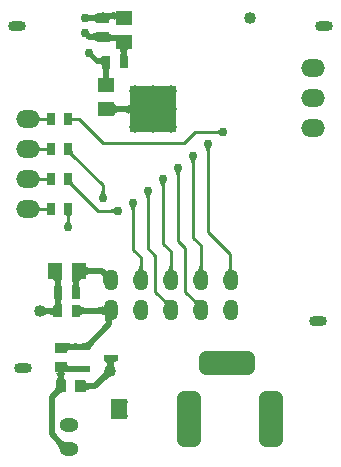
<source format=gbr>
G04*
G04 #@! TF.GenerationSoftware,Altium Limited,Altium Designer,22.4.2 (48)*
G04*
G04 Layer_Physical_Order=4*
G04 Layer_Color=16711680*
%FSLAX44Y44*%
%MOMM*%
G71*
G04*
G04 #@! TF.SameCoordinates,838EBF20-BE27-4DE5-A25A-4BBD7161CD63*
G04*
G04*
G04 #@! TF.FilePolarity,Positive*
G04*
G01*
G75*
%ADD10C,0.2540*%
%ADD16R,4.0000X4.0000*%
%ADD17R,1.0000X0.9500*%
%ADD18R,1.4500X1.7500*%
%ADD20R,0.7500X1.0000*%
%ADD40C,0.5080*%
%ADD41C,0.4572*%
%ADD42C,1.0000*%
%ADD43C,0.5080*%
%ADD44O,1.6000X1.2000*%
%ADD45O,1.2700X1.7780*%
G04:AMPARAMS|DCode=46|XSize=4.7mm|YSize=2mm|CornerRadius=0.5mm|HoleSize=0mm|Usage=FLASHONLY|Rotation=90.000|XOffset=0mm|YOffset=0mm|HoleType=Round|Shape=RoundedRectangle|*
%AMROUNDEDRECTD46*
21,1,4.7000,1.0000,0,0,90.0*
21,1,3.7000,2.0000,0,0,90.0*
1,1,1.0000,0.5000,1.8500*
1,1,1.0000,0.5000,-1.8500*
1,1,1.0000,-0.5000,-1.8500*
1,1,1.0000,-0.5000,1.8500*
%
%ADD46ROUNDEDRECTD46*%
G04:AMPARAMS|DCode=47|XSize=4.7mm|YSize=2mm|CornerRadius=0.5mm|HoleSize=0mm|Usage=FLASHONLY|Rotation=0.000|XOffset=0mm|YOffset=0mm|HoleType=Round|Shape=RoundedRectangle|*
%AMROUNDEDRECTD47*
21,1,4.7000,1.0000,0,0,0.0*
21,1,3.7000,2.0000,0,0,0.0*
1,1,1.0000,1.8500,-0.5000*
1,1,1.0000,-1.8500,-0.5000*
1,1,1.0000,-1.8500,0.5000*
1,1,1.0000,1.8500,0.5000*
%
%ADD47ROUNDEDRECTD47*%
%ADD48O,2.0000X1.5000*%
%ADD49O,1.5000X0.9000*%
%ADD50C,1.0160*%
%ADD51C,0.7620*%
%ADD72R,0.9500X1.0000*%
%ADD73R,1.1500X0.6000*%
%ADD74R,1.1500X1.4500*%
%ADD75R,1.4500X1.1500*%
G36*
X103301Y383650D02*
X103248Y384133D01*
X103094Y384564D01*
X102837Y384945D01*
X102479Y385276D01*
X102019Y385555D01*
X101457Y385784D01*
X100793Y385961D01*
X100480Y386013D01*
X100169Y385961D01*
X99508Y385784D01*
X98949Y385555D01*
X98492Y385276D01*
X98137Y384945D01*
X97883Y384564D01*
X97730Y384133D01*
X97680Y383650D01*
Y391520D01*
X97730Y391472D01*
X97883Y391430D01*
X98137Y391392D01*
X98492Y391360D01*
X99640Y391322D01*
X101442Y391470D01*
X102001Y391582D01*
X102458Y391720D01*
X102813Y391882D01*
X103067Y392070D01*
X103220Y392282D01*
X103271Y392519D01*
X103301Y383650D01*
D02*
G37*
G36*
X80237Y389443D02*
X80327Y389421D01*
X80460Y389402D01*
X80854Y389372D01*
X82161Y389341D01*
X82596Y389340D01*
Y384260D01*
X80191Y384133D01*
Y389467D01*
X80237Y389443D01*
D02*
G37*
G36*
X87740Y382080D02*
X87690Y382495D01*
X87537Y382865D01*
X87283Y383192D01*
X86928Y383475D01*
X86470Y383715D01*
X85912Y383911D01*
X85251Y384064D01*
X84489Y384173D01*
X83626Y384238D01*
X82661Y384260D01*
Y389340D01*
X83626Y389362D01*
X84489Y389427D01*
X85251Y389536D01*
X85912Y389689D01*
X86470Y389885D01*
X86928Y390125D01*
X87283Y390408D01*
X87537Y390735D01*
X87690Y391105D01*
X87740Y391520D01*
Y382080D01*
D02*
G37*
G36*
X97726Y374355D02*
X97866Y373992D01*
X98100Y373672D01*
X98427Y373394D01*
X98848Y373159D01*
X99362Y372967D01*
X99970Y372818D01*
X100671Y372711D01*
X101466Y372647D01*
X102354Y372626D01*
Y367546D01*
X101466Y367531D01*
X99970Y367414D01*
X99362Y367311D01*
X98848Y367179D01*
X98427Y367018D01*
X98100Y366828D01*
X97866Y366608D01*
X97726Y366359D01*
X97680Y366080D01*
Y374761D01*
X97726Y374355D01*
D02*
G37*
G36*
X87740Y366080D02*
X87690Y366534D01*
X87537Y366939D01*
X87283Y367297D01*
X86928Y367607D01*
X86470Y367870D01*
X85912Y368084D01*
X85251Y368251D01*
X84489Y368371D01*
X83626Y368442D01*
X82661Y368466D01*
Y373546D01*
X83626Y373566D01*
X85251Y373724D01*
X85912Y373862D01*
X86470Y374039D01*
X86928Y374257D01*
X87283Y374513D01*
X87537Y374809D01*
X87690Y375145D01*
X87740Y375519D01*
Y366080D01*
D02*
G37*
G36*
X114967Y361060D02*
X114536Y360906D01*
X114155Y360651D01*
X113824Y360293D01*
X113545Y359833D01*
X113316Y359271D01*
X113139Y358607D01*
X113012Y357840D01*
X112984Y357528D01*
X113099Y356048D01*
X113205Y355490D01*
X113335Y355032D01*
X113488Y354677D01*
X113665Y354423D01*
X113865Y354270D01*
X114089Y354220D01*
X106650D01*
X106875Y354270D01*
X107075Y354423D01*
X107252Y354677D01*
X107405Y355032D01*
X107535Y355490D01*
X107641Y356048D01*
X107724Y356709D01*
X107765Y357421D01*
X107728Y357840D01*
X107601Y358607D01*
X107424Y359271D01*
X107195Y359833D01*
X106916Y360293D01*
X106585Y360651D01*
X106204Y360906D01*
X105773Y361060D01*
X105290Y361111D01*
X115450D01*
X114967Y361060D01*
D02*
G37*
G36*
X85105Y356715D02*
X85151Y356576D01*
X85230Y356417D01*
X85340Y356237D01*
X85482Y356036D01*
X85861Y355570D01*
X86367Y355021D01*
X86668Y354715D01*
X83435Y351482D01*
X83129Y351783D01*
X82114Y352668D01*
X81913Y352810D01*
X81733Y352920D01*
X81573Y352999D01*
X81435Y353045D01*
X81318Y353060D01*
X85090Y356832D01*
X85105Y356715D01*
D02*
G37*
G36*
X91681Y346499D02*
X91638Y346857D01*
X91511Y347177D01*
X91300Y347459D01*
X91006Y347704D01*
X90628Y347911D01*
X90166Y348080D01*
X89621Y348212D01*
X88992Y348306D01*
X88279Y348363D01*
X87483Y348381D01*
Y352953D01*
X88275Y352966D01*
X89608Y353067D01*
X90150Y353156D01*
X90609Y353270D01*
X90984Y353409D01*
X91275Y353574D01*
X91484Y353764D01*
X91609Y353979D01*
X91650Y354220D01*
X91681Y346499D01*
D02*
G37*
G36*
X98817Y344235D02*
X98573Y344098D01*
X98358Y343869D01*
X98172Y343549D01*
X98014Y343138D01*
X97885Y342635D01*
X97785Y342040D01*
X97713Y341354D01*
X97659Y339787D01*
X97679Y339017D01*
X97747Y338235D01*
X97862Y337544D01*
X98022Y336946D01*
X98228Y336440D01*
X98479Y336025D01*
X98776Y335703D01*
X99119Y335473D01*
X99508Y335335D01*
X99942Y335289D01*
X90798D01*
X91232Y335335D01*
X91621Y335473D01*
X91964Y335703D01*
X92261Y336025D01*
X92513Y336440D01*
X92718Y336946D01*
X92878Y337544D01*
X92992Y338235D01*
X93061Y339017D01*
X93082Y339821D01*
X93070Y340577D01*
X92955Y342040D01*
X92855Y342635D01*
X92726Y343138D01*
X92568Y343549D01*
X92382Y343869D01*
X92167Y344098D01*
X91923Y344235D01*
X91650Y344281D01*
X99089D01*
X98817Y344235D01*
D02*
G37*
G36*
X130386Y307675D02*
X130259Y307910D01*
X130086Y308121D01*
X129868Y308307D01*
X129603Y308468D01*
X129292Y308605D01*
X128935Y308717D01*
X128532Y308803D01*
X128083Y308865D01*
X127588Y308903D01*
X127500Y308905D01*
X127412Y308903D01*
X126468Y308803D01*
X126065Y308717D01*
X125708Y308605D01*
X125397Y308468D01*
X125132Y308307D01*
X124914Y308121D01*
X124741Y307910D01*
X124614Y307675D01*
X122017Y314175D01*
X122125Y314141D01*
X122283Y314110D01*
X122492Y314083D01*
X123063Y314040D01*
X125384Y313995D01*
X127500Y309811D01*
X129616Y313995D01*
X132983Y314175D01*
X130386Y307675D01*
D02*
G37*
G36*
X115061Y312391D02*
X115380Y312486D01*
X115698Y312610D01*
X115979Y312754D01*
X116223Y312918D01*
X116429Y313100D01*
Y306100D01*
X116223Y306282D01*
X115979Y306446D01*
X115698Y306590D01*
X115380Y306714D01*
X115061Y306809D01*
Y304520D01*
X115010Y305003D01*
X114857Y305434D01*
X114601Y305815D01*
X114243Y306146D01*
X113783Y306425D01*
X113221Y306654D01*
X112557Y306831D01*
X111790Y306958D01*
X110921Y307035D01*
X109951Y307060D01*
Y312140D01*
X110921Y312165D01*
X111790Y312242D01*
X112557Y312369D01*
X113221Y312546D01*
X113783Y312775D01*
X114243Y313054D01*
X114601Y313385D01*
X114857Y313766D01*
X115010Y314197D01*
X115061Y314680D01*
Y312391D01*
D02*
G37*
G36*
X102610Y314197D02*
X102763Y313766D01*
X103019Y313385D01*
X103377Y313054D01*
X103837Y312775D01*
X104399Y312546D01*
X105063Y312369D01*
X105830Y312242D01*
X106699Y312165D01*
X107669Y312140D01*
Y307060D01*
X106699Y307035D01*
X105830Y306958D01*
X105063Y306831D01*
X104399Y306654D01*
X103837Y306425D01*
X103377Y306146D01*
X103019Y305815D01*
X102763Y305434D01*
X102610Y305003D01*
X102559Y304520D01*
Y314680D01*
X102610Y314197D01*
D02*
G37*
G36*
X38535Y303281D02*
X38623Y303067D01*
X38768Y302878D01*
X38972Y302714D01*
X39235Y302575D01*
X39555Y302462D01*
X39934Y302374D01*
X40371Y302310D01*
X40867Y302273D01*
X41421Y302260D01*
Y299720D01*
X40867Y299707D01*
X40371Y299670D01*
X39934Y299606D01*
X39555Y299518D01*
X39235Y299405D01*
X38972Y299266D01*
X38768Y299102D01*
X38623Y298913D01*
X38535Y298699D01*
X38506Y298459D01*
Y303521D01*
X38535Y303281D01*
D02*
G37*
G36*
X67215Y303289D02*
X67292Y303073D01*
X67420Y302882D01*
X67600Y302717D01*
X67832Y302577D01*
X68114Y302463D01*
X68449Y302374D01*
X68834Y302311D01*
X69271Y302273D01*
X69759Y302260D01*
Y299720D01*
X69271Y299707D01*
X68834Y299669D01*
X68449Y299606D01*
X68114Y299517D01*
X67832Y299403D01*
X67600Y299263D01*
X67420Y299098D01*
X67292Y298907D01*
X67215Y298691D01*
X67189Y298450D01*
Y303530D01*
X67215Y303289D01*
D02*
G37*
G36*
X44811Y298450D02*
X44785Y298691D01*
X44708Y298907D01*
X44580Y299098D01*
X44400Y299263D01*
X44168Y299403D01*
X43886Y299517D01*
X43551Y299606D01*
X43166Y299669D01*
X42729Y299707D01*
X42241Y299720D01*
Y302260D01*
X42729Y302273D01*
X43166Y302311D01*
X43551Y302374D01*
X43886Y302463D01*
X44168Y302577D01*
X44400Y302717D01*
X44580Y302882D01*
X44708Y303073D01*
X44785Y303289D01*
X44811Y303530D01*
Y298450D01*
D02*
G37*
G36*
X191779Y287333D02*
X191501Y287598D01*
X191215Y287836D01*
X190920Y288046D01*
X190617Y288227D01*
X190305Y288381D01*
X189985Y288507D01*
X189657Y288604D01*
X189320Y288674D01*
X188975Y288716D01*
X188622Y288730D01*
Y291270D01*
X188975Y291284D01*
X189320Y291326D01*
X189657Y291396D01*
X189985Y291493D01*
X190305Y291619D01*
X190617Y291773D01*
X190920Y291954D01*
X191215Y292164D01*
X191501Y292402D01*
X191779Y292667D01*
Y287333D01*
D02*
G37*
G36*
X184328Y277150D02*
X184053Y276887D01*
X183807Y276615D01*
X183589Y276332D01*
X183401Y276039D01*
X183242Y275735D01*
X183112Y275421D01*
X183010Y275096D01*
X182938Y274762D01*
X182894Y274416D01*
X182880Y274060D01*
X180340Y274195D01*
X180327Y274546D01*
X180286Y274890D01*
X180219Y275228D01*
X180126Y275560D01*
X180005Y275885D01*
X179858Y276204D01*
X179684Y276516D01*
X179483Y276822D01*
X179255Y277122D01*
X179001Y277416D01*
X184328Y277150D01*
D02*
G37*
G36*
X38535Y277882D02*
X38623Y277667D01*
X38768Y277478D01*
X38972Y277314D01*
X39235Y277175D01*
X39555Y277062D01*
X39934Y276973D01*
X40371Y276910D01*
X40867Y276873D01*
X41421Y276860D01*
Y274320D01*
X40867Y274307D01*
X40371Y274270D01*
X39934Y274207D01*
X39555Y274118D01*
X39235Y274005D01*
X38972Y273866D01*
X38768Y273702D01*
X38623Y273513D01*
X38535Y273298D01*
X38506Y273059D01*
Y278121D01*
X38535Y277882D01*
D02*
G37*
G36*
X44811Y273050D02*
X44785Y273291D01*
X44708Y273507D01*
X44580Y273698D01*
X44400Y273863D01*
X44168Y274002D01*
X43886Y274117D01*
X43551Y274206D01*
X43166Y274269D01*
X42729Y274307D01*
X42241Y274320D01*
Y276860D01*
X42729Y276873D01*
X43166Y276911D01*
X43551Y276974D01*
X43886Y277063D01*
X44168Y277178D01*
X44400Y277317D01*
X44580Y277482D01*
X44708Y277673D01*
X44785Y277889D01*
X44811Y278130D01*
Y273050D01*
D02*
G37*
G36*
X67070Y273880D02*
X66993Y273651D01*
X66989Y273385D01*
X67059Y273082D01*
X67202Y272741D01*
X67418Y272363D01*
X67708Y271948D01*
X68070Y271496D01*
X69016Y270479D01*
X67078Y268824D01*
X66563Y269321D01*
X65638Y270103D01*
X65227Y270388D01*
X64850Y270603D01*
X64508Y270747D01*
X64201Y270821D01*
X63928Y270825D01*
X63689Y270758D01*
X63485Y270620D01*
X67220Y274071D01*
X67070Y273880D01*
D02*
G37*
G36*
X171628Y267150D02*
X171353Y266887D01*
X171107Y266615D01*
X170889Y266332D01*
X170701Y266039D01*
X170542Y265735D01*
X170412Y265421D01*
X170310Y265096D01*
X170238Y264761D01*
X170194Y264416D01*
X170180Y264060D01*
X167640Y264195D01*
X167627Y264546D01*
X167586Y264890D01*
X167519Y265228D01*
X167426Y265560D01*
X167305Y265885D01*
X167158Y266204D01*
X166984Y266516D01*
X166783Y266822D01*
X166555Y267122D01*
X166301Y267416D01*
X171628Y267150D01*
D02*
G37*
G36*
X158928Y257150D02*
X158653Y256887D01*
X158407Y256615D01*
X158189Y256332D01*
X158001Y256039D01*
X157842Y255735D01*
X157712Y255421D01*
X157610Y255096D01*
X157538Y254761D01*
X157494Y254416D01*
X157480Y254060D01*
X154940Y254195D01*
X154927Y254546D01*
X154886Y254890D01*
X154819Y255228D01*
X154726Y255560D01*
X154605Y255885D01*
X154458Y256204D01*
X154284Y256516D01*
X154083Y256822D01*
X153855Y257122D01*
X153601Y257416D01*
X158928Y257150D01*
D02*
G37*
G36*
X38535Y252481D02*
X38623Y252267D01*
X38768Y252078D01*
X38972Y251914D01*
X39235Y251775D01*
X39555Y251662D01*
X39934Y251574D01*
X40371Y251510D01*
X40867Y251473D01*
X41421Y251460D01*
Y248920D01*
X40867Y248907D01*
X40371Y248870D01*
X39934Y248806D01*
X39555Y248718D01*
X39235Y248605D01*
X38972Y248466D01*
X38768Y248302D01*
X38623Y248113D01*
X38535Y247899D01*
X38506Y247659D01*
Y252721D01*
X38535Y252481D01*
D02*
G37*
G36*
X44811Y247650D02*
X44785Y247891D01*
X44708Y248107D01*
X44580Y248298D01*
X44400Y248463D01*
X44168Y248603D01*
X43886Y248717D01*
X43551Y248806D01*
X43166Y248869D01*
X42729Y248907D01*
X42241Y248920D01*
Y251460D01*
X42729Y251473D01*
X43166Y251511D01*
X43551Y251574D01*
X43886Y251663D01*
X44168Y251777D01*
X44400Y251917D01*
X44580Y252082D01*
X44708Y252273D01*
X44785Y252489D01*
X44811Y252730D01*
Y247650D01*
D02*
G37*
G36*
X146228Y247150D02*
X145953Y246887D01*
X145707Y246615D01*
X145490Y246332D01*
X145301Y246039D01*
X145142Y245735D01*
X145012Y245421D01*
X144910Y245096D01*
X144838Y244762D01*
X144795Y244416D01*
X144780Y244060D01*
X142240Y244195D01*
X142227Y244546D01*
X142186Y244890D01*
X142120Y245228D01*
X142026Y245560D01*
X141905Y245885D01*
X141758Y246204D01*
X141584Y246516D01*
X141383Y246822D01*
X141155Y247122D01*
X140901Y247416D01*
X146228Y247150D01*
D02*
G37*
G36*
X67076Y248615D02*
X67004Y248382D01*
Y248112D01*
X67076Y247807D01*
X67220Y247465D01*
X67435Y247088D01*
X67722Y246675D01*
X68082Y246226D01*
X69016Y245221D01*
X67220Y243424D01*
X66699Y243927D01*
X65765Y244718D01*
X65352Y245005D01*
X64974Y245221D01*
X64633Y245364D01*
X64328Y245436D01*
X64058D01*
X63825Y245364D01*
X63627Y245221D01*
X67220Y248813D01*
X67076Y248615D01*
D02*
G37*
G36*
X93994Y239925D02*
X94036Y239580D01*
X94106Y239243D01*
X94204Y238915D01*
X94329Y238595D01*
X94483Y238283D01*
X94664Y237980D01*
X94874Y237685D01*
X95112Y237399D01*
X95377Y237121D01*
X90043D01*
X90308Y237399D01*
X90546Y237685D01*
X90756Y237980D01*
X90937Y238283D01*
X91091Y238595D01*
X91216Y238915D01*
X91314Y239243D01*
X91384Y239580D01*
X91426Y239925D01*
X91440Y240278D01*
X93980D01*
X93994Y239925D01*
D02*
G37*
G36*
X133528Y237150D02*
X133253Y236887D01*
X133007Y236615D01*
X132789Y236332D01*
X132601Y236039D01*
X132442Y235735D01*
X132312Y235421D01*
X132210Y235096D01*
X132138Y234762D01*
X132094Y234416D01*
X132080Y234060D01*
X129540Y234195D01*
X129527Y234546D01*
X129486Y234890D01*
X129419Y235228D01*
X129326Y235560D01*
X129205Y235885D01*
X129058Y236204D01*
X128884Y236516D01*
X128683Y236822D01*
X128455Y237122D01*
X128201Y237416D01*
X133528Y237150D01*
D02*
G37*
G36*
X120828Y227150D02*
X120553Y226887D01*
X120307Y226615D01*
X120090Y226332D01*
X119901Y226039D01*
X119742Y225735D01*
X119612Y225421D01*
X119510Y225096D01*
X119438Y224762D01*
X119395Y224416D01*
X119380Y224060D01*
X116840Y224195D01*
X116827Y224546D01*
X116786Y224890D01*
X116720Y225228D01*
X116626Y225560D01*
X116505Y225885D01*
X116358Y226204D01*
X116184Y226516D01*
X115983Y226822D01*
X115755Y227122D01*
X115501Y227416D01*
X120828Y227150D01*
D02*
G37*
G36*
X38535Y227082D02*
X38623Y226867D01*
X38768Y226678D01*
X38972Y226514D01*
X39235Y226375D01*
X39555Y226262D01*
X39934Y226173D01*
X40371Y226110D01*
X40867Y226073D01*
X41421Y226060D01*
Y223520D01*
X40867Y223507D01*
X40371Y223470D01*
X39934Y223407D01*
X39555Y223318D01*
X39235Y223205D01*
X38972Y223066D01*
X38768Y222902D01*
X38623Y222713D01*
X38535Y222498D01*
X38506Y222259D01*
Y227321D01*
X38535Y227082D01*
D02*
G37*
G36*
X44811Y222250D02*
X44785Y222491D01*
X44708Y222707D01*
X44580Y222898D01*
X44400Y223063D01*
X44168Y223202D01*
X43886Y223317D01*
X43551Y223406D01*
X43166Y223469D01*
X42729Y223507D01*
X42241Y223520D01*
Y226060D01*
X42729Y226073D01*
X43166Y226111D01*
X43551Y226174D01*
X43886Y226263D01*
X44168Y226378D01*
X44400Y226517D01*
X44580Y226682D01*
X44708Y226873D01*
X44785Y227089D01*
X44811Y227330D01*
Y222250D01*
D02*
G37*
G36*
X102689Y220853D02*
X102411Y221118D01*
X102125Y221356D01*
X101830Y221565D01*
X101527Y221747D01*
X101215Y221901D01*
X100895Y222027D01*
X100567Y222124D01*
X100230Y222194D01*
X99885Y222236D01*
X99532Y222250D01*
Y224790D01*
X99885Y224804D01*
X100230Y224846D01*
X100567Y224916D01*
X100895Y225014D01*
X101215Y225139D01*
X101527Y225293D01*
X101830Y225474D01*
X102125Y225684D01*
X102411Y225922D01*
X102689Y226187D01*
Y220853D01*
D02*
G37*
G36*
X65799Y219795D02*
X65583Y219719D01*
X65392Y219592D01*
X65227Y219414D01*
X65087Y219186D01*
X64973Y218906D01*
X64884Y218576D01*
X64821Y218195D01*
X64783Y217763D01*
X64770Y217281D01*
X62230D01*
X62217Y217763D01*
X62179Y218195D01*
X62116Y218576D01*
X62027Y218906D01*
X61912Y219186D01*
X61773Y219414D01*
X61608Y219592D01*
X61417Y219719D01*
X61201Y219795D01*
X60960Y219820D01*
X66040D01*
X65799Y219795D01*
D02*
G37*
G36*
X64784Y215075D02*
X64826Y214730D01*
X64896Y214393D01*
X64994Y214065D01*
X65119Y213745D01*
X65273Y213433D01*
X65455Y213130D01*
X65664Y212835D01*
X65902Y212549D01*
X66167Y212271D01*
X60833D01*
X61098Y212549D01*
X61336Y212835D01*
X61546Y213130D01*
X61727Y213433D01*
X61881Y213745D01*
X62007Y214065D01*
X62104Y214393D01*
X62174Y214730D01*
X62216Y215075D01*
X62230Y215428D01*
X64770D01*
X64784Y215075D01*
D02*
G37*
G36*
X125883Y175833D02*
X125983Y174880D01*
X126071Y174493D01*
X126184Y174165D01*
X126322Y173897D01*
X126485Y173689D01*
X126674Y173540D01*
X126887Y173451D01*
X127126Y173421D01*
X122074D01*
X122313Y173451D01*
X122526Y173540D01*
X122715Y173689D01*
X122878Y173897D01*
X123016Y174165D01*
X123129Y174493D01*
X123217Y174880D01*
X123280Y175327D01*
X123317Y175833D01*
X123330Y176399D01*
X125870D01*
X125883Y175833D01*
D02*
G37*
G36*
X176682Y175833D02*
X176783Y174880D01*
X176871Y174493D01*
X176984Y174165D01*
X177122Y173897D01*
X177285Y173689D01*
X177474Y173540D01*
X177687Y173451D01*
X177926Y173421D01*
X172874D01*
X173113Y173451D01*
X173326Y173540D01*
X173515Y173689D01*
X173678Y173897D01*
X173816Y174165D01*
X173929Y174493D01*
X174017Y174880D01*
X174080Y175327D01*
X174117Y175833D01*
X174130Y176399D01*
X176670D01*
X176682Y175833D01*
D02*
G37*
G36*
X151283D02*
X151383Y174880D01*
X151471Y174493D01*
X151584Y174165D01*
X151722Y173897D01*
X151885Y173689D01*
X152074Y173540D01*
X152287Y173451D01*
X152526Y173421D01*
X147474D01*
X147713Y173451D01*
X147926Y173540D01*
X148115Y173689D01*
X148278Y173897D01*
X148416Y174165D01*
X148529Y174493D01*
X148617Y174880D01*
X148680Y175327D01*
X148717Y175833D01*
X148730Y176399D01*
X151270D01*
X151283Y175833D01*
D02*
G37*
G36*
X202013Y175847D02*
X202113Y174898D01*
X202201Y174513D01*
X202314Y174188D01*
X202452Y173922D01*
X202615Y173717D01*
X202804Y173571D01*
X203017Y173485D01*
X203256Y173458D01*
X198204Y173384D01*
X198443Y173417D01*
X198656Y173509D01*
X198845Y173661D01*
X199008Y173872D01*
X199146Y174141D01*
X199259Y174470D01*
X199347Y174858D01*
X199410Y175306D01*
X199447Y175812D01*
X199460Y176377D01*
X202000Y176412D01*
X202013Y175847D01*
D02*
G37*
G36*
X77970Y177317D02*
X78123Y176886D01*
X78379Y176505D01*
X78737Y176174D01*
X79197Y175895D01*
X79759Y175666D01*
X80423Y175489D01*
X81190Y175362D01*
X82058Y175285D01*
X83029Y175260D01*
Y170180D01*
X82058Y170155D01*
X81190Y170078D01*
X80423Y169951D01*
X79759Y169774D01*
X79197Y169545D01*
X78737Y169266D01*
X78379Y168935D01*
X78123Y168554D01*
X77970Y168123D01*
X77919Y167640D01*
Y177800D01*
X77970Y177317D01*
D02*
G37*
G36*
X93767Y174130D02*
X95162Y172923D01*
X95328Y172826D01*
X95457Y172777D01*
X95549Y172776D01*
X95603Y172824D01*
X92880Y167319D01*
X92880Y167416D01*
X92810Y167572D01*
X92672Y167786D01*
X92466Y168059D01*
X91847Y168780D01*
X89784Y170924D01*
X93376Y174516D01*
X93767Y174130D01*
D02*
G37*
G36*
X74327Y165450D02*
X73896Y165297D01*
X73515Y165043D01*
X73184Y164688D01*
X72905Y164230D01*
X72676Y163672D01*
X72499Y163011D01*
X72372Y162249D01*
X72367Y162200D01*
X72459Y161018D01*
X72565Y160459D01*
X72695Y160002D01*
X72848Y159647D01*
X73025Y159393D01*
X73225Y159240D01*
X73450Y159190D01*
X66010D01*
X66235Y159240D01*
X66435Y159393D01*
X66612Y159647D01*
X66765Y160002D01*
X66895Y160459D01*
X67001Y161018D01*
X67084Y161679D01*
X67119Y162280D01*
X66945Y164688D01*
X66857Y165043D01*
X66755Y165297D01*
X66640Y165450D01*
X66511Y165501D01*
X74810D01*
X74327Y165450D01*
D02*
G37*
G36*
X57820D02*
X57705Y165297D01*
X57603Y165043D01*
X57515Y164688D01*
X57440Y164230D01*
X57379Y163672D01*
X57333Y162644D01*
X57459Y161018D01*
X57565Y160459D01*
X57695Y160002D01*
X57848Y159647D01*
X58025Y159393D01*
X58225Y159240D01*
X58450Y159190D01*
X51010D01*
X51235Y159240D01*
X51435Y159393D01*
X51612Y159647D01*
X51765Y160002D01*
X51895Y160459D01*
X52001Y161018D01*
X52084Y161679D01*
X52106Y162054D01*
X52088Y162249D01*
X51961Y163011D01*
X51784Y163672D01*
X51555Y164230D01*
X51276Y164688D01*
X50945Y165043D01*
X50564Y165297D01*
X50133Y165450D01*
X49650Y165501D01*
X57950D01*
X57820Y165450D01*
D02*
G37*
G36*
X170514Y148940D02*
X171258Y148337D01*
X171594Y148126D01*
X171906Y147974D01*
X172193Y147882D01*
X172456Y147850D01*
X172694Y147878D01*
X172908Y147966D01*
X173098Y148114D01*
X169526Y144542D01*
X169674Y144732D01*
X169762Y144946D01*
X169790Y145184D01*
X169758Y145447D01*
X169666Y145734D01*
X169514Y146046D01*
X169303Y146382D01*
X169031Y146742D01*
X168700Y147126D01*
X168309Y147535D01*
X170105Y149331D01*
X170514Y148940D01*
D02*
G37*
G36*
X145114D02*
X145858Y148337D01*
X146194Y148126D01*
X146506Y147974D01*
X146793Y147882D01*
X147056Y147850D01*
X147294Y147878D01*
X147508Y147966D01*
X147698Y148114D01*
X144126Y144542D01*
X144274Y144732D01*
X144362Y144946D01*
X144390Y145184D01*
X144358Y145447D01*
X144266Y145734D01*
X144114Y146046D01*
X143903Y146382D01*
X143631Y146742D01*
X143300Y147126D01*
X142909Y147535D01*
X144705Y149331D01*
X145114Y148940D01*
D02*
G37*
G36*
X58225Y149200D02*
X58025Y149047D01*
X57848Y148793D01*
X57695Y148438D01*
X57565Y147980D01*
X57459Y147422D01*
X57376Y146761D01*
X57361Y146495D01*
X57459Y145228D01*
X57565Y144670D01*
X57695Y144212D01*
X57848Y143857D01*
X58025Y143603D01*
X58225Y143450D01*
X58450Y143399D01*
X51010D01*
X51235Y143450D01*
X51435Y143603D01*
X51612Y143857D01*
X51765Y144212D01*
X51895Y144670D01*
X52001Y145228D01*
X52084Y145889D01*
X52099Y146155D01*
X52001Y147422D01*
X51895Y147980D01*
X51765Y148438D01*
X51612Y148793D01*
X51435Y149047D01*
X51235Y149200D01*
X51010Y149250D01*
X58450D01*
X58225Y149200D01*
D02*
G37*
G36*
X51010Y133461D02*
X50960Y133922D01*
X50807Y134335D01*
X50553Y134699D01*
X50198Y135015D01*
X49741Y135283D01*
X49182Y135501D01*
X48521Y135671D01*
X47759Y135793D01*
X46896Y135866D01*
X46307Y135880D01*
X46271Y135880D01*
X45288Y135799D01*
X44851Y135727D01*
X44451Y135636D01*
X44087Y135524D01*
X43760Y135392D01*
X43469Y135240D01*
X43215Y135067D01*
X42998Y134874D01*
Y141986D01*
X43215Y141793D01*
X43469Y141620D01*
X43760Y141468D01*
X44087Y141336D01*
X44451Y141224D01*
X44851Y141133D01*
X45288Y141061D01*
X45761Y141011D01*
X46467Y140983D01*
X46896Y140994D01*
X47759Y141067D01*
X48521Y141189D01*
X49182Y141359D01*
X49741Y141577D01*
X50198Y141845D01*
X50553Y142160D01*
X50807Y142525D01*
X50960Y142938D01*
X51010Y143399D01*
Y133461D01*
D02*
G37*
G36*
X93758Y133999D02*
X93674Y134479D01*
X93477Y134909D01*
X93167Y135287D01*
X92744Y135616D01*
X92208Y135894D01*
X91559Y136121D01*
X90796Y136298D01*
X89922Y136424D01*
X88933Y136500D01*
X87832Y136525D01*
X87770Y141605D01*
X88827Y141630D01*
X89770Y141706D01*
X90599Y141833D01*
X91314Y142010D01*
X91914Y142238D01*
X92400Y142516D01*
X92772Y142845D01*
X93030Y143225D01*
X93174Y143655D01*
X93203Y144136D01*
X93758Y133999D01*
D02*
G37*
G36*
X73500Y143059D02*
X73653Y142753D01*
X73907Y142484D01*
X74262Y142251D01*
X74720Y142054D01*
X75278Y141892D01*
X75939Y141767D01*
X76701Y141677D01*
X77564Y141623D01*
X78530Y141605D01*
Y136525D01*
X77560Y136500D01*
X76692Y136423D01*
X75927Y136296D01*
X75263Y136119D01*
X74701Y135890D01*
X74241Y135611D01*
X73882Y135280D01*
X73626Y134899D01*
X73472Y134468D01*
X73419Y133985D01*
X73450Y143399D01*
X73500Y143059D01*
D02*
G37*
G36*
X101380Y131249D02*
X101171Y131270D01*
X100984Y131199D01*
X100820Y131037D01*
X100677Y130784D01*
X100556Y130440D01*
X100458Y130005D01*
X100381Y129479D01*
X100326Y128861D01*
X100282Y127352D01*
X95202D01*
X95191Y128449D01*
X94931Y131753D01*
X94812Y132307D01*
X94671Y132753D01*
X94509Y133090D01*
X94325Y133318D01*
X94119Y133438D01*
X101380Y131249D01*
D02*
G37*
G36*
X85512Y111530D02*
X84829Y110823D01*
X83680Y109486D01*
X83213Y108855D01*
X82817Y108249D01*
X82494Y107667D01*
X82243Y107111D01*
X82063Y106579D01*
X81955Y106072D01*
X81919Y105590D01*
X74735Y111499D01*
X75159Y111246D01*
X75648Y111130D01*
X76203Y111150D01*
X76823Y111307D01*
X77509Y111601D01*
X78260Y112032D01*
X79076Y112599D01*
X79959Y113303D01*
X81919Y115122D01*
X85512Y111530D01*
D02*
G37*
G36*
X62170Y111650D02*
X62323Y111535D01*
X62577Y111433D01*
X62932Y111345D01*
X63390Y111270D01*
X63948Y111209D01*
X66234Y111107D01*
X66386Y111106D01*
X70277Y111375D01*
X70430Y111448D01*
X70480Y111530D01*
Y105590D01*
X70430Y105672D01*
X70277Y105745D01*
X70023Y105809D01*
X69668Y105865D01*
X69211Y105913D01*
X67229Y106003D01*
X66725Y106007D01*
X66230Y105995D01*
X65363Y105918D01*
X64597Y105791D01*
X63933Y105614D01*
X63371Y105385D01*
X62911Y105106D01*
X62553Y104775D01*
X62296Y104394D01*
X62142Y103963D01*
X62089Y103480D01*
X62119Y111779D01*
X62170Y111650D01*
D02*
G37*
G36*
X103657Y96040D02*
X103226Y95887D01*
X102845Y95633D01*
X102514Y95278D01*
X102235Y94820D01*
X102006Y94262D01*
X101829Y93601D01*
X101755Y93159D01*
X101763Y93111D01*
X101854Y92711D01*
X101966Y92347D01*
X102098Y92020D01*
X102250Y91729D01*
X102423Y91475D01*
X102616Y91258D01*
X101607D01*
X101600Y91011D01*
X96520D01*
X96514Y91258D01*
X95504D01*
X95697Y91475D01*
X95870Y91729D01*
X96022Y92020D01*
X96154Y92347D01*
X96266Y92711D01*
X96357Y93111D01*
X96365Y93159D01*
X96291Y93601D01*
X96114Y94262D01*
X95885Y94820D01*
X95606Y95278D01*
X95275Y95633D01*
X94894Y95887D01*
X94463Y96040D01*
X93980Y96090D01*
X104140D01*
X103657Y96040D01*
D02*
G37*
G36*
X62142Y94157D02*
X62296Y93726D01*
X62553Y93345D01*
X62911Y93014D01*
X63371Y92735D01*
X63933Y92506D01*
X64597Y92329D01*
X65363Y92202D01*
X66230Y92125D01*
X66550Y92117D01*
X70277Y92375D01*
X70430Y92448D01*
X70480Y92529D01*
Y86590D01*
X70430Y86672D01*
X70277Y86745D01*
X70023Y86810D01*
X69668Y86865D01*
X69211Y86913D01*
X67229Y87003D01*
X66222Y87012D01*
X62932Y86775D01*
X62577Y86687D01*
X62323Y86585D01*
X62170Y86470D01*
X62119Y86340D01*
X61658Y86290D01*
X61245Y86137D01*
X60880Y85883D01*
X60565Y85528D01*
X60297Y85070D01*
X60079Y84512D01*
X59909Y83851D01*
X59787Y83089D01*
X59787Y83084D01*
X59886Y82389D01*
X60039Y81728D01*
X60235Y81170D01*
X60475Y80712D01*
X60758Y80357D01*
X61085Y80103D01*
X61455Y79950D01*
X61870Y79900D01*
X52431D01*
X52845Y79950D01*
X53215Y80103D01*
X53542Y80357D01*
X53825Y80712D01*
X54065Y81170D01*
X54261Y81728D01*
X54414Y82389D01*
X54513Y83084D01*
X54513Y83089D01*
X54391Y83851D01*
X54221Y84512D01*
X54003Y85070D01*
X53735Y85528D01*
X53420Y85883D01*
X53055Y86137D01*
X52642Y86290D01*
X52181Y86340D01*
X62119D01*
X62089Y94640D01*
X62142Y94157D01*
D02*
G37*
G36*
X99009Y82550D02*
X98719Y82533D01*
X98417Y82476D01*
X98104Y82378D01*
X97779Y82240D01*
X97443Y82062D01*
X97095Y81843D01*
X96736Y81585D01*
X96366Y81286D01*
X95590Y80568D01*
X91998Y84160D01*
X92377Y84553D01*
X93015Y85306D01*
X93273Y85665D01*
X93492Y86013D01*
X93670Y86349D01*
X93808Y86674D01*
X93905Y86987D01*
X93963Y87289D01*
X93980Y87579D01*
X99009Y82550D01*
D02*
G37*
G36*
X60505Y69991D02*
X60072Y70235D01*
X59577Y70345D01*
X59017Y70320D01*
X58394Y70160D01*
X57708Y69865D01*
X56957Y69435D01*
X56143Y68871D01*
X55266Y68171D01*
X53320Y66368D01*
X48838Y69070D01*
X49887Y70155D01*
X51527Y72080D01*
X52118Y72920D01*
X52557Y73679D01*
X52842Y74357D01*
X52976Y74953D01*
X52957Y75468D01*
X52785Y75902D01*
X52461Y76255D01*
X60505Y69991D01*
D02*
G37*
G36*
X77920Y79438D02*
X78073Y79025D01*
X78327Y78660D01*
X78682Y78345D01*
X79139Y78077D01*
X79698Y77859D01*
X80359Y77689D01*
X81121Y77567D01*
X81984Y77494D01*
X82949Y77470D01*
Y72390D01*
X81984Y72366D01*
X81121Y72293D01*
X80359Y72171D01*
X79698Y72001D01*
X79139Y71783D01*
X78682Y71515D01*
X78327Y71199D01*
X78073Y70835D01*
X77920Y70422D01*
X77870Y69960D01*
Y79900D01*
X77920Y79438D01*
D02*
G37*
G36*
X57210Y30237D02*
X58956Y28777D01*
X59730Y28252D01*
X60440Y27863D01*
X61084Y27611D01*
X61662Y27495D01*
X62175Y27516D01*
X62623Y27674D01*
X63006Y27968D01*
X56117Y20830D01*
X56019Y21551D01*
X55867Y22261D01*
X55663Y22957D01*
X55405Y23642D01*
X55094Y24313D01*
X54731Y24972D01*
X54314Y25619D01*
X53843Y26253D01*
X53320Y26875D01*
X52744Y27484D01*
X56240Y31172D01*
X57210Y30237D01*
D02*
G37*
D10*
X63500Y275590D02*
X65980Y273110D01*
Y271718D02*
X92710Y244988D01*
Y234400D02*
Y244988D01*
X65980Y271718D02*
Y273110D01*
X88920Y223520D02*
X105410D01*
X63500Y248940D02*
X88920Y223520D01*
X63500Y248940D02*
Y250190D01*
Y209550D02*
Y224790D01*
X72390Y300990D02*
X92710Y280670D01*
X63500Y300990D02*
X72390D01*
X92710Y280670D02*
X161290D01*
X170620Y290000D02*
X194500D01*
X161290Y280670D02*
X170620Y290000D01*
X118110Y190500D02*
X124600Y184010D01*
X118110Y190500D02*
Y229317D01*
X130810Y191770D02*
X137160Y185420D01*
X130810Y191770D02*
Y239875D01*
X143510Y195580D02*
Y250448D01*
Y195580D02*
X150000Y189090D01*
X156210Y198120D02*
X162560Y191770D01*
X156210Y198120D02*
Y259528D01*
X168910Y200660D02*
X175400Y194170D01*
X168910Y200660D02*
Y269828D01*
X181610Y205740D02*
Y280014D01*
Y205740D02*
X200730Y186620D01*
Y165170D02*
Y186620D01*
Y165170D02*
X200800Y165100D01*
X175400Y165100D02*
Y194170D01*
X162560Y155080D02*
X175400Y142240D01*
X162560Y155080D02*
Y191770D01*
X175400Y139700D02*
Y142240D01*
X137160Y155080D02*
Y185420D01*
Y155080D02*
X150000Y142240D01*
X124600Y165100D02*
Y184010D01*
X150000Y165100D02*
Y189090D01*
X150000Y139700D02*
Y142240D01*
X29000Y250190D02*
X48500D01*
X29000Y224790D02*
X48500D01*
X29000Y275590D02*
X48500D01*
X29000Y300990D02*
X48500D01*
D16*
X135000Y309600D02*
D03*
D17*
X57150Y107060D02*
D03*
Y91060D02*
D03*
X92710Y370800D02*
D03*
Y386800D02*
D03*
D18*
X106680Y55880D02*
D03*
D20*
X54730Y138430D02*
D03*
X69730D02*
D03*
X48500Y250190D02*
D03*
X63500D02*
D03*
X69730Y154220D02*
D03*
X54730D02*
D03*
X95370Y349250D02*
D03*
X110370D02*
D03*
X48500Y300990D02*
D03*
X63500D02*
D03*
Y224790D02*
D03*
X48500D02*
D03*
X63500Y275590D02*
D03*
X48500D02*
D03*
D40*
X120000Y311455D02*
X134855D01*
X92440Y388730D02*
X107680D01*
X90510Y386800D02*
X92440Y388730D01*
X57595Y75375D02*
X58040Y74930D01*
Y74680D02*
Y74930D01*
X49530Y66170D02*
X58040Y74680D01*
X39370Y138430D02*
X54730D01*
X54730Y138430D01*
X74040Y74930D02*
X86360D01*
X99060Y87630D01*
Y98920D01*
X57150Y74930D02*
Y91060D01*
X58650Y89560D01*
X76200D01*
X58650Y108560D02*
X73450D01*
X57150Y107060D02*
X58650Y108560D01*
X78950D02*
X97742Y127352D01*
Y138242D01*
X99200Y139700D01*
X98565Y139065D02*
X99200Y139700D01*
X49530Y34290D02*
X61820Y22000D01*
X49530Y34290D02*
Y66170D01*
X61820Y22000D02*
X64000D01*
X99060Y98920D02*
X99200Y99060D01*
X64000Y42000D02*
X67400D01*
X60128D02*
X64000D01*
X67400D02*
X68237Y42837D01*
Y44283D01*
X90440Y388730D02*
X92440D01*
X92710Y389000D01*
X96520Y309600D02*
X120000D01*
X93424Y370086D02*
X102354D01*
X102430Y370010D02*
X107280D01*
X102354Y370086D02*
X102430Y370010D01*
X107280D02*
X110490Y366800D01*
X92504Y371006D02*
X93424Y370086D01*
X81251Y371006D02*
X92504D01*
X110370Y349250D02*
Y368340D01*
X77470Y374787D02*
X81251Y371006D01*
X77470Y374787D02*
Y375273D01*
Y386800D02*
X90510D01*
X54730Y154220D02*
Y169922D01*
Y138430D02*
Y154220D01*
X69730Y138430D02*
X70365Y139065D01*
X98565D01*
X95680Y169098D02*
X99200Y165578D01*
X95202Y169098D02*
X95680D01*
X99200Y165100D02*
Y165578D01*
X91580Y172720D02*
X95202Y169098D01*
X72230Y172720D02*
X91580D01*
X52230Y172422D02*
X54730Y169922D01*
X69730Y154220D02*
Y170220D01*
X72230Y172720D01*
X107680Y388730D02*
X107950Y388460D01*
D41*
X95370Y332460D02*
Y349250D01*
X134855Y311455D02*
X135000Y311600D01*
X81280Y356870D02*
X87483Y350667D01*
X93953D01*
X95370Y349250D01*
Y332460D02*
X96520Y331310D01*
D42*
X135000Y309600D02*
D03*
Y294600D02*
D03*
Y324670D02*
D03*
X150000Y309600D02*
D03*
X120000D02*
D03*
Y294600D02*
D03*
X150000D02*
D03*
Y324670D02*
D03*
X120000D02*
D03*
D43*
X111180Y49880D02*
D03*
X102180D02*
D03*
X111180Y61880D02*
D03*
X102180D02*
D03*
D44*
X64000Y22000D02*
D03*
Y42000D02*
D03*
D45*
X150000Y165100D02*
D03*
X175400Y139700D02*
D03*
X124600Y165100D02*
D03*
Y139700D02*
D03*
X99200Y165100D02*
D03*
Y139700D02*
D03*
X150000D02*
D03*
X200800D02*
D03*
Y165100D02*
D03*
X175400Y165100D02*
D03*
D46*
X235000Y46990D02*
D03*
X166000D02*
D03*
D47*
X197500Y94990D02*
D03*
D48*
X270510Y344170D02*
D03*
Y293370D02*
D03*
Y318770D02*
D03*
X29000Y224790D02*
D03*
Y275590D02*
D03*
Y250190D02*
D03*
Y300990D02*
D03*
D49*
X275000Y130000D02*
D03*
X25000Y90000D02*
D03*
X20000Y380000D02*
D03*
X280000D02*
D03*
D50*
X217170Y386800D02*
D03*
X39370Y138430D02*
D03*
X99060Y87630D02*
D03*
D51*
X105410Y223520D02*
D03*
X63500Y209550D02*
D03*
X92710Y234400D02*
D03*
X194500Y290000D02*
D03*
X181800Y280000D02*
D03*
X118300Y230000D02*
D03*
X169100Y270000D02*
D03*
X156400Y260000D02*
D03*
X131000Y240000D02*
D03*
X143700Y250000D02*
D03*
X81280Y356870D02*
D03*
X77470Y374100D02*
D03*
Y386800D02*
D03*
D72*
X73150Y74930D02*
D03*
X57150D02*
D03*
D73*
X76200Y89560D02*
D03*
Y108560D02*
D03*
X99200Y99060D02*
D03*
D74*
X72230Y172720D02*
D03*
X52230D02*
D03*
D75*
X95370Y329600D02*
D03*
Y309600D02*
D03*
X110490Y366800D02*
D03*
Y386800D02*
D03*
M02*

</source>
